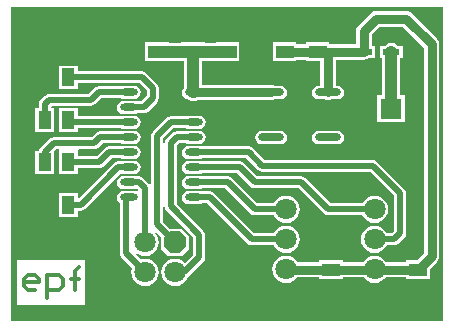
<source format=gtl>
%FSLAX44Y44*%
%MOMM*%
G71*
G01*
G75*
G04 Layer_Physical_Order=1*
G04 Layer_Color=255*
%ADD10O,2.2000X0.6000*%
%ADD11R,1.4500X0.5500*%
%ADD12R,1.5000X1.1000*%
%ADD13O,1.5000X0.6000*%
%ADD14R,1.1000X1.5000*%
%ADD15C,0.5000*%
%ADD16C,0.8000*%
%ADD17C,1.0000*%
%ADD18C,0.3000*%
%ADD19R,1.8000X1.8000*%
%ADD20C,1.8000*%
%ADD21P,1.9483X8X292.5*%
G36*
X890881Y779119D02*
X525119D01*
Y1044881D01*
X890881D01*
Y779119D01*
D02*
G37*
%LPC*%
G36*
X684340Y902269D02*
X675340D01*
X673178Y901839D01*
X671346Y900614D01*
X670121Y898782D01*
X669691Y896620D01*
X670121Y894458D01*
X671346Y892626D01*
X673178Y891401D01*
X675340Y890972D01*
X684340D01*
X686502Y891401D01*
X686621Y891481D01*
X706532D01*
X727886Y870126D01*
X729554Y869012D01*
X731520Y868621D01*
X747828D01*
X748110Y867940D01*
X749960Y865530D01*
X752370Y863680D01*
X755178Y862517D01*
X758190Y862121D01*
X761202Y862517D01*
X764010Y863680D01*
X766420Y865530D01*
X768270Y867940D01*
X769433Y870748D01*
X769829Y873760D01*
X769433Y876773D01*
X768270Y879580D01*
X766420Y881990D01*
X764010Y883840D01*
X761202Y885003D01*
X758190Y885399D01*
X755178Y885003D01*
X752370Y883840D01*
X749960Y881990D01*
X748110Y879580D01*
X747828Y878899D01*
X733649D01*
X712294Y900254D01*
X710627Y901368D01*
X708660Y901759D01*
X686621D01*
X686502Y901839D01*
X684340Y902269D01*
D02*
G37*
G36*
Y914968D02*
X675340D01*
X673178Y914539D01*
X671346Y913314D01*
X670121Y911482D01*
X669691Y909320D01*
X670121Y907158D01*
X671346Y905326D01*
X673178Y904101D01*
X675340Y903671D01*
X684340D01*
X686502Y904101D01*
X686621Y904181D01*
X716692D01*
X727886Y892986D01*
X729554Y891872D01*
X731520Y891481D01*
X768762D01*
X790116Y870126D01*
X791784Y869012D01*
X793750Y868621D01*
X822758D01*
X823040Y867940D01*
X824890Y865530D01*
X827300Y863680D01*
X830107Y862517D01*
X833120Y862121D01*
X836133Y862517D01*
X838940Y863680D01*
X841350Y865530D01*
X843200Y867940D01*
X844363Y870748D01*
X844760Y873760D01*
X844363Y876773D01*
X843200Y879580D01*
X841350Y881990D01*
X838940Y883840D01*
X836133Y885003D01*
X833120Y885399D01*
X830107Y885003D01*
X827300Y883840D01*
X824890Y881990D01*
X823040Y879580D01*
X822758Y878899D01*
X795879D01*
X774524Y900254D01*
X772857Y901368D01*
X770890Y901759D01*
X733649D01*
X722454Y912954D01*
X720787Y914068D01*
X718820Y914459D01*
X686621D01*
X686502Y914539D01*
X684340Y914968D01*
D02*
G37*
G36*
X629340D02*
X620340D01*
X618178Y914539D01*
X618059Y914459D01*
X615950D01*
X613983Y914068D01*
X612316Y912954D01*
X583093Y883731D01*
X581920Y884217D01*
Y887610D01*
X565840D01*
Y867530D01*
X581920D01*
Y872431D01*
X584200D01*
X586166Y872822D01*
X587834Y873936D01*
X618071Y904173D01*
X618178Y904101D01*
X620340Y903671D01*
X629340D01*
X631502Y904101D01*
X633334Y905326D01*
X634558Y907158D01*
X634989Y909320D01*
X634558Y911482D01*
X633334Y913314D01*
X631502Y914539D01*
X629340Y914968D01*
D02*
G37*
G36*
X684340Y927669D02*
X675340D01*
X673178Y927239D01*
X671346Y926014D01*
X670121Y924182D01*
X669691Y922020D01*
X670121Y919858D01*
X671346Y918026D01*
X673178Y916801D01*
X675340Y916372D01*
X684340D01*
X686502Y916801D01*
X686621Y916881D01*
X724312D01*
X734236Y906956D01*
X735903Y905842D01*
X737870Y905451D01*
X829722D01*
X849571Y885602D01*
Y855568D01*
X847502Y853499D01*
X843482D01*
X843200Y854180D01*
X841350Y856590D01*
X838940Y858440D01*
X836133Y859603D01*
X833120Y859999D01*
X830107Y859603D01*
X827300Y858440D01*
X824890Y856590D01*
X823040Y854180D01*
X821877Y851373D01*
X821480Y848360D01*
X821877Y845348D01*
X823040Y842540D01*
X824890Y840130D01*
X827300Y838280D01*
X830107Y837117D01*
X833120Y836720D01*
X836133Y837117D01*
X838940Y838280D01*
X841350Y840130D01*
X843200Y842540D01*
X843482Y843221D01*
X849630D01*
X851597Y843612D01*
X853264Y844726D01*
X858344Y849806D01*
X859458Y851473D01*
X859849Y853440D01*
Y887730D01*
X859458Y889697D01*
X858344Y891364D01*
X835484Y914224D01*
X833817Y915338D01*
X831850Y915729D01*
X739998D01*
X730074Y925654D01*
X728407Y926768D01*
X726440Y927159D01*
X686621D01*
X686502Y927239D01*
X684340Y927669D01*
D02*
G37*
G36*
X588132Y830714D02*
X530400D01*
Y792975D01*
X588132D01*
Y830714D01*
D02*
G37*
G36*
X859790Y1041646D02*
X834390D01*
X832683Y1041422D01*
X831092Y1040763D01*
X829726Y1039714D01*
X819246Y1029234D01*
X818197Y1027868D01*
X817538Y1026277D01*
X817314Y1024570D01*
Y1013706D01*
X794900D01*
Y1015310D01*
X774820D01*
Y1013706D01*
X766960D01*
Y1015310D01*
X746880D01*
Y999230D01*
X766960D01*
Y1000514D01*
X774820D01*
Y999230D01*
X787024D01*
Y978468D01*
X785620D01*
X783458Y978039D01*
X781626Y976814D01*
X780401Y974982D01*
X779971Y972820D01*
X780401Y970658D01*
X781626Y968826D01*
X783458Y967601D01*
X785620Y967171D01*
X790238D01*
X790322Y967107D01*
X791913Y966448D01*
X793620Y966224D01*
X795327Y966448D01*
X796918Y967107D01*
X797002Y967171D01*
X801620D01*
X803782Y967601D01*
X805614Y968826D01*
X806839Y970658D01*
X807269Y972820D01*
X806839Y974982D01*
X805614Y976814D01*
X803782Y978039D01*
X801620Y978468D01*
X800216D01*
Y1000514D01*
X823910D01*
X825617Y1000738D01*
X827208Y1001397D01*
X827759Y1001820D01*
X833700D01*
Y1012400D01*
X830506D01*
Y1021838D01*
X837122Y1028454D01*
X857058D01*
X874784Y1010728D01*
Y836962D01*
X868661Y830840D01*
X859910D01*
Y829396D01*
X842727D01*
X841350Y831190D01*
X838940Y833040D01*
X836133Y834203D01*
X833120Y834600D01*
X830107Y834203D01*
X827300Y833040D01*
X824890Y831190D01*
X823513Y829396D01*
X806330D01*
Y830840D01*
X786250D01*
Y829396D01*
X767797D01*
X766420Y831190D01*
X764010Y833040D01*
X761202Y834203D01*
X758190Y834600D01*
X755178Y834203D01*
X752370Y833040D01*
X749960Y831190D01*
X748110Y828780D01*
X746947Y825973D01*
X746551Y822960D01*
X746947Y819948D01*
X748110Y817140D01*
X749960Y814730D01*
X752370Y812880D01*
X755178Y811717D01*
X758190Y811320D01*
X761202Y811717D01*
X764010Y812880D01*
X766420Y814730D01*
X767551Y816204D01*
X786250D01*
Y814760D01*
X806330D01*
Y816204D01*
X823759D01*
X824890Y814730D01*
X827300Y812880D01*
X830107Y811717D01*
X833120Y811320D01*
X836133Y811717D01*
X838940Y812880D01*
X841350Y814730D01*
X842481Y816204D01*
X859910D01*
Y814760D01*
X879990D01*
Y823511D01*
X886044Y829566D01*
X887093Y830932D01*
X887752Y832523D01*
X887976Y834230D01*
Y1013460D01*
X887752Y1015167D01*
X887093Y1016758D01*
X886044Y1018124D01*
X864454Y1039714D01*
X863088Y1040763D01*
X861497Y1041422D01*
X859790Y1041646D01*
D02*
G37*
G36*
X684340Y889568D02*
X675340D01*
X673178Y889139D01*
X671346Y887914D01*
X670121Y886082D01*
X669691Y883920D01*
X670121Y881758D01*
X671346Y879926D01*
X673178Y878701D01*
X675340Y878271D01*
X684340D01*
X686502Y878701D01*
X686621Y878781D01*
X691292D01*
X725346Y844726D01*
X727013Y843612D01*
X728980Y843221D01*
X747828D01*
X748110Y842540D01*
X749960Y840130D01*
X752370Y838280D01*
X755178Y837117D01*
X758190Y836720D01*
X761202Y837117D01*
X764010Y838280D01*
X766420Y840130D01*
X768270Y842540D01*
X769433Y845348D01*
X769829Y848360D01*
X769433Y851373D01*
X768270Y854180D01*
X766420Y856590D01*
X764010Y858440D01*
X761202Y859603D01*
X758190Y859999D01*
X755178Y859603D01*
X752370Y858440D01*
X749960Y856590D01*
X748110Y854180D01*
X747828Y853499D01*
X731108D01*
X697054Y887554D01*
X695387Y888668D01*
X693420Y889059D01*
X686621D01*
X686502Y889139D01*
X684340Y889568D01*
D02*
G37*
G36*
X629340Y940368D02*
X620340D01*
X618178Y939939D01*
X618059Y939859D01*
X600710D01*
X598744Y939468D01*
X597076Y938354D01*
X593502Y934779D01*
X561340D01*
X559374Y934388D01*
X557706Y933274D01*
X550246Y925814D01*
X549132Y924146D01*
X549022Y923593D01*
X545840D01*
Y903513D01*
X561920D01*
Y922953D01*
X563469Y924501D01*
X565840D01*
Y923593D01*
X565840D01*
Y903513D01*
X581920D01*
Y908415D01*
X599863D01*
X601830Y908806D01*
X603497Y909920D01*
X610458Y916881D01*
X618059D01*
X618178Y916801D01*
X620340Y916372D01*
X629340D01*
X631502Y916801D01*
X633334Y918026D01*
X634558Y919858D01*
X634989Y922020D01*
X634558Y924182D01*
X633334Y926014D01*
X631502Y927239D01*
X629340Y927669D01*
X620340D01*
X618178Y927239D01*
X618059Y927159D01*
X608330D01*
X606363Y926768D01*
X605810Y926398D01*
X604696Y925654D01*
X597735Y918692D01*
X581920D01*
Y923593D01*
X581920D01*
Y923603D01*
X582818Y924501D01*
X595630D01*
X597597Y924892D01*
X599264Y926006D01*
X602839Y929581D01*
X618059D01*
X618178Y929501D01*
X620340Y929072D01*
X629340D01*
X631502Y929501D01*
X633334Y930726D01*
X634558Y932558D01*
X634989Y934720D01*
X634558Y936882D01*
X633334Y938714D01*
X631502Y939939D01*
X629340Y940368D01*
D02*
G37*
G36*
X581920Y995560D02*
X565840D01*
Y975480D01*
X581920D01*
Y980381D01*
X634142D01*
X640021Y974501D01*
Y969868D01*
X635411Y965259D01*
X631621D01*
X631502Y965339D01*
X629340Y965769D01*
X620340D01*
X618178Y965339D01*
X616346Y964114D01*
X615121Y962282D01*
X614692Y960120D01*
X615121Y957958D01*
X616346Y956126D01*
X618178Y954901D01*
X620340Y954472D01*
X629340D01*
X631502Y954901D01*
X631621Y954981D01*
X637540D01*
X639506Y955372D01*
X641174Y956486D01*
X648794Y964106D01*
X649908Y965773D01*
X650299Y967740D01*
Y976630D01*
X649908Y978596D01*
X648794Y980264D01*
X639904Y989154D01*
X638237Y990267D01*
X636270Y990659D01*
X581920D01*
Y995560D01*
D02*
G37*
G36*
X847410Y1014715D02*
X845442Y1014456D01*
X843607Y1013696D01*
X842032Y1012488D01*
X841945Y1012400D01*
X837620D01*
Y1001820D01*
X839485D01*
Y970390D01*
X835550D01*
Y947310D01*
X858630D01*
Y970390D01*
X854695D01*
Y1001820D01*
X857200D01*
Y1012400D01*
X852855D01*
X852788Y1012488D01*
X851212Y1013696D01*
X849378Y1014456D01*
X847410Y1014715D01*
D02*
G37*
G36*
X718700Y1015310D02*
X698620D01*
Y1014875D01*
X689490D01*
Y1015310D01*
X669410D01*
Y1014875D01*
X659010D01*
Y1015310D01*
X638930D01*
Y999230D01*
X659010D01*
Y999665D01*
X669410D01*
Y999230D01*
X671845D01*
Y977148D01*
X671346Y976814D01*
X670121Y974982D01*
X669691Y972820D01*
X670121Y970658D01*
X671346Y968826D01*
X673178Y967601D01*
X674632Y967312D01*
X676038Y966234D01*
X677872Y965474D01*
X679840Y965215D01*
X681808Y965474D01*
X683618Y966224D01*
X745620D01*
X747327Y966448D01*
X748918Y967107D01*
X749002Y967171D01*
X753620D01*
X755782Y967601D01*
X757614Y968826D01*
X758839Y970658D01*
X759268Y972820D01*
X758839Y974982D01*
X757614Y976814D01*
X755782Y978039D01*
X753620Y978468D01*
X749002D01*
X748918Y978533D01*
X747327Y979192D01*
X745620Y979416D01*
X687055D01*
Y999230D01*
X689490D01*
Y999665D01*
X698620D01*
Y999230D01*
X718700D01*
Y1015310D01*
D02*
G37*
G36*
X629340Y978468D02*
X620340D01*
X618178Y978039D01*
X618059Y977959D01*
X599440D01*
X597473Y977568D01*
X595806Y976454D01*
X590961Y971609D01*
X557530D01*
X555564Y971218D01*
X553896Y970104D01*
X550246Y966454D01*
X549132Y964787D01*
X548741Y962820D01*
Y959577D01*
X545840D01*
Y939497D01*
X561920D01*
Y959577D01*
X559563D01*
X559077Y960750D01*
X559659Y961331D01*
X593090D01*
X595056Y961722D01*
X596724Y962836D01*
X601568Y967681D01*
X618059D01*
X618178Y967601D01*
X620340Y967171D01*
X629340D01*
X631502Y967601D01*
X633334Y968826D01*
X634558Y970658D01*
X634989Y972820D01*
X634558Y974982D01*
X633334Y976814D01*
X631502Y978039D01*
X629340Y978468D01*
D02*
G37*
G36*
X801620Y940368D02*
X785620D01*
X783458Y939939D01*
X781626Y938714D01*
X780401Y936882D01*
X779971Y934720D01*
X780401Y932558D01*
X781626Y930726D01*
X783458Y929501D01*
X785620Y929072D01*
X801620D01*
X803782Y929501D01*
X805614Y930726D01*
X806839Y932558D01*
X807269Y934720D01*
X806839Y936882D01*
X805614Y938714D01*
X803782Y939939D01*
X801620Y940368D01*
D02*
G37*
G36*
X753620D02*
X737620D01*
X735458Y939939D01*
X733626Y938714D01*
X732401Y936882D01*
X731972Y934720D01*
X732401Y932558D01*
X733626Y930726D01*
X735458Y929501D01*
X737620Y929072D01*
X753620D01*
X755782Y929501D01*
X757614Y930726D01*
X758839Y932558D01*
X759268Y934720D01*
X758839Y936882D01*
X757614Y938714D01*
X755782Y939939D01*
X753620Y940368D01*
D02*
G37*
G36*
X684340Y953068D02*
X675340D01*
X673178Y952639D01*
X673059Y952559D01*
X660400D01*
X658434Y952168D01*
X656766Y951054D01*
X645336Y939624D01*
X644222Y937956D01*
X643831Y935990D01*
Y895284D01*
X642616Y894916D01*
X642444Y895174D01*
X637364Y900254D01*
X635696Y901368D01*
X633730Y901759D01*
X631621D01*
X631502Y901839D01*
X629340Y902269D01*
X620340D01*
X618178Y901839D01*
X616346Y900614D01*
X615121Y898782D01*
X614692Y896620D01*
X615121Y894458D01*
X616346Y892626D01*
X618178Y891401D01*
X620340Y890972D01*
X629340D01*
X631502Y891401D01*
X631609Y891473D01*
X633162Y889921D01*
X632976Y888664D01*
X632551Y888437D01*
X631502Y889139D01*
X629340Y889568D01*
X620340D01*
X618178Y889139D01*
X616346Y887914D01*
X615121Y886082D01*
X614692Y883920D01*
X615121Y881758D01*
X616346Y879926D01*
X617161Y879381D01*
Y836930D01*
X617161Y836930D01*
X617161D01*
X617552Y834964D01*
X618666Y833296D01*
X627849Y824114D01*
X627567Y823432D01*
X627170Y820420D01*
X627567Y817408D01*
X628730Y814600D01*
X630580Y812190D01*
X632990Y810340D01*
X635798Y809177D01*
X638810Y808781D01*
X641823Y809177D01*
X644630Y810340D01*
X647040Y812190D01*
X648890Y814600D01*
X650053Y817408D01*
X650450Y820420D01*
X650053Y823432D01*
X648890Y826240D01*
X647040Y828650D01*
X644630Y830500D01*
X641823Y831663D01*
X638810Y832060D01*
X635798Y831663D01*
X635116Y831381D01*
X630259Y836238D01*
X631096Y837193D01*
X632990Y835740D01*
X635798Y834577D01*
X638810Y834180D01*
X641823Y834577D01*
X644630Y835740D01*
X647040Y837590D01*
X648890Y840000D01*
X650053Y842807D01*
X650450Y845820D01*
X650053Y848832D01*
X648890Y851640D01*
X647437Y853533D01*
X648392Y854371D01*
X652670Y850093D01*
Y840050D01*
X658440Y834280D01*
X669980D01*
X675750Y840050D01*
Y851590D01*
X669980Y857360D01*
X659937D01*
X654109Y863188D01*
Y875616D01*
X655373Y875740D01*
X655652Y874333D01*
X656766Y872666D01*
X679391Y850042D01*
Y835248D01*
X672772Y828629D01*
X672440Y828650D01*
X670030Y830500D01*
X667223Y831663D01*
X664210Y832060D01*
X661198Y831663D01*
X658390Y830500D01*
X655980Y828650D01*
X654130Y826240D01*
X652967Y823432D01*
X652570Y820420D01*
X652967Y817408D01*
X654130Y814600D01*
X655980Y812190D01*
X658390Y810340D01*
X661198Y809177D01*
X664210Y808781D01*
X667223Y809177D01*
X670030Y810340D01*
X672440Y812190D01*
X674290Y814600D01*
X675093Y816539D01*
X675464Y816786D01*
X688164Y829486D01*
X689278Y831153D01*
X689669Y833120D01*
X689669Y833120D01*
X689669Y833120D01*
Y833120D01*
Y852170D01*
X689278Y854137D01*
X688164Y855804D01*
X665539Y878428D01*
Y927512D01*
X667608Y929581D01*
X673059D01*
X673178Y929501D01*
X675340Y929072D01*
X684340D01*
X686502Y929501D01*
X688334Y930726D01*
X689558Y932558D01*
X689988Y934720D01*
X689558Y936882D01*
X688334Y938714D01*
X686502Y939939D01*
X684340Y940368D01*
X675340D01*
X673178Y939939D01*
X673059Y939859D01*
X665480D01*
X663513Y939468D01*
X661846Y938354D01*
X656766Y933274D01*
X655652Y931607D01*
X655373Y930200D01*
X654109Y930324D01*
Y933861D01*
X662529Y942281D01*
X673059D01*
X673178Y942201D01*
X675340Y941771D01*
X684340D01*
X686502Y942201D01*
X688334Y943426D01*
X689558Y945258D01*
X689988Y947420D01*
X689558Y949582D01*
X688334Y951414D01*
X686502Y952639D01*
X684340Y953068D01*
D02*
G37*
G36*
X581920Y959577D02*
X565840D01*
Y939497D01*
X581920D01*
Y942281D01*
X618059D01*
X618178Y942201D01*
X620340Y941771D01*
X629340D01*
X631502Y942201D01*
X633334Y943426D01*
X634558Y945258D01*
X634989Y947420D01*
X634558Y949582D01*
X633334Y951414D01*
X631502Y952639D01*
X629340Y953068D01*
X620340D01*
X618178Y952639D01*
X618059Y952559D01*
X581920D01*
Y959577D01*
D02*
G37*
%LPD*%
D10*
X793620Y934720D02*
D03*
Y947420D02*
D03*
Y960120D02*
D03*
Y972820D02*
D03*
X745620Y934720D02*
D03*
Y947420D02*
D03*
Y960120D02*
D03*
Y972820D02*
D03*
D11*
X823910Y1007110D02*
D03*
X847410D02*
D03*
D12*
X708660Y1027270D02*
D03*
Y1007270D02*
D03*
X679450Y1027270D02*
D03*
Y1007270D02*
D03*
X756920Y1027270D02*
D03*
Y1007270D02*
D03*
X784860Y1027270D02*
D03*
Y1007270D02*
D03*
X648970D02*
D03*
Y1027270D02*
D03*
X869950Y802800D02*
D03*
Y822800D02*
D03*
X796290Y802800D02*
D03*
Y822800D02*
D03*
D13*
X679840Y883920D02*
D03*
Y896620D02*
D03*
Y909320D02*
D03*
Y922020D02*
D03*
Y934720D02*
D03*
Y947420D02*
D03*
Y960120D02*
D03*
Y972820D02*
D03*
X624840Y883920D02*
D03*
Y896620D02*
D03*
Y909320D02*
D03*
Y922020D02*
D03*
Y934720D02*
D03*
Y947420D02*
D03*
Y960120D02*
D03*
Y972820D02*
D03*
D14*
X573880Y949537D02*
D03*
X553880D02*
D03*
X573880Y985520D02*
D03*
X553880D02*
D03*
Y913553D02*
D03*
X573880D02*
D03*
Y877570D02*
D03*
X553880D02*
D03*
D15*
X660400Y929640D02*
X665480Y934720D01*
X660400Y876300D02*
Y929640D01*
Y876300D02*
X684530Y852170D01*
X622300Y881380D02*
X624840Y883920D01*
X622300Y836930D02*
Y881380D01*
Y836930D02*
X638810Y820420D01*
X833120Y848360D02*
X849630D01*
X854710Y853440D01*
Y887730D01*
X831850Y910590D02*
X854710Y887730D01*
X737870Y910590D02*
X831850D01*
X726440Y922020D02*
X737870Y910590D01*
X679840Y922020D02*
X726440D01*
X793750Y873760D02*
X833120D01*
X770890Y896620D02*
X793750Y873760D01*
X731520Y896620D02*
X770890D01*
X718820Y909320D02*
X731520Y896620D01*
X679840Y909320D02*
X718820D01*
X728980Y848360D02*
X758190D01*
X693420Y883920D02*
X728980Y848360D01*
X679840Y883920D02*
X693420D01*
X679840Y896620D02*
X708660D01*
X731520Y873760D01*
X758190D01*
X665480Y934720D02*
X679840D01*
X684530Y833120D02*
Y852170D01*
X671830Y820420D02*
X684530Y833120D01*
X664210Y820420D02*
X671830D01*
X660400Y947420D02*
X679840D01*
X648970Y935990D02*
X660400Y947420D01*
X648970Y861060D02*
Y935990D01*
Y861060D02*
X664210Y845820D01*
X624840Y896620D02*
X633730D01*
X638810Y891540D01*
Y845820D02*
Y891540D01*
X573880Y877570D02*
X584200D01*
X615950Y909320D01*
X624840D01*
X573880Y913553D02*
X599863D01*
X608330Y922020D01*
X624840D01*
X553880Y913553D02*
Y922180D01*
X561340Y929640D01*
X595630D01*
X600710Y934720D01*
X624840D01*
X575997Y947420D02*
X624840D01*
X573880Y949537D02*
X575997Y947420D01*
X553880Y949537D02*
Y962820D01*
X557530Y966470D01*
X593090D01*
X599440Y972820D01*
X624840D01*
X573880Y985520D02*
X636270D01*
X645160Y976630D01*
Y967740D02*
Y976630D01*
X637540Y960120D02*
X645160Y967740D01*
X624840Y960120D02*
X637540D01*
D16*
X679840Y972820D02*
X745620D01*
X796290Y822800D02*
X869950D01*
X757080Y1007110D02*
X793750D01*
X758350Y822800D02*
X796290D01*
X758190Y822960D02*
X758350Y822800D01*
X869950D02*
X881380Y834230D01*
Y1013460D01*
X859790Y1035050D02*
X881380Y1013460D01*
X834390Y1035050D02*
X859790D01*
X823910Y1024570D02*
X834390Y1035050D01*
X823910Y1007110D02*
Y1024570D01*
X793620Y1006980D02*
X793750Y1007110D01*
X823910D01*
X793620Y972820D02*
Y1006980D01*
X756920Y1007270D02*
X757080Y1007110D01*
D17*
X847090Y1006790D02*
X847410Y1007110D01*
X847090Y958850D02*
Y1006790D01*
X679450Y973210D02*
X679840Y972820D01*
X679450Y973210D02*
Y1007270D01*
X708660D01*
X648970D02*
X679450D01*
D18*
X545937Y805180D02*
X539272D01*
X535940Y808512D01*
Y815177D01*
X539272Y818509D01*
X545937D01*
X549269Y815177D01*
Y811844D01*
X535940D01*
X555934Y798515D02*
Y818509D01*
X565930D01*
X569263Y815177D01*
Y808512D01*
X565930Y805180D01*
X555934D01*
X579259D02*
Y821841D01*
Y815177D01*
X575927D01*
X582592D01*
X579259D01*
Y821841D01*
X582592Y825174D01*
D19*
X847090Y958850D02*
D03*
X758190Y797560D02*
D03*
X833120D02*
D03*
D20*
X847090Y933450D02*
D03*
X664210Y820420D02*
D03*
Y795020D02*
D03*
X638810Y845820D02*
D03*
Y820420D02*
D03*
Y795020D02*
D03*
X758190Y873760D02*
D03*
Y848360D02*
D03*
Y822960D02*
D03*
X833120Y873760D02*
D03*
Y848360D02*
D03*
Y822960D02*
D03*
D21*
X664210Y845820D02*
D03*
M02*

</source>
